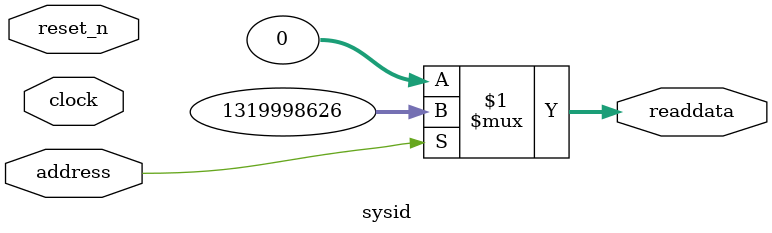
<source format=v>

`timescale 1ns / 1ps
// synthesis translate_on

// turn off superfluous verilog processor warnings 
// altera message_level Level1 
// altera message_off 10034 10035 10036 10037 10230 10240 10030 

module sysid (
               // inputs:
                address,
                clock,
                reset_n,

               // outputs:
                readdata
             )
;

  output  [ 31: 0] readdata;
  input            address;
  input            clock;
  input            reset_n;

  wire    [ 31: 0] readdata;
  //control_slave, which is an e_avalon_slave
  assign readdata = address ? 1319998626 : 0;

endmodule


</source>
